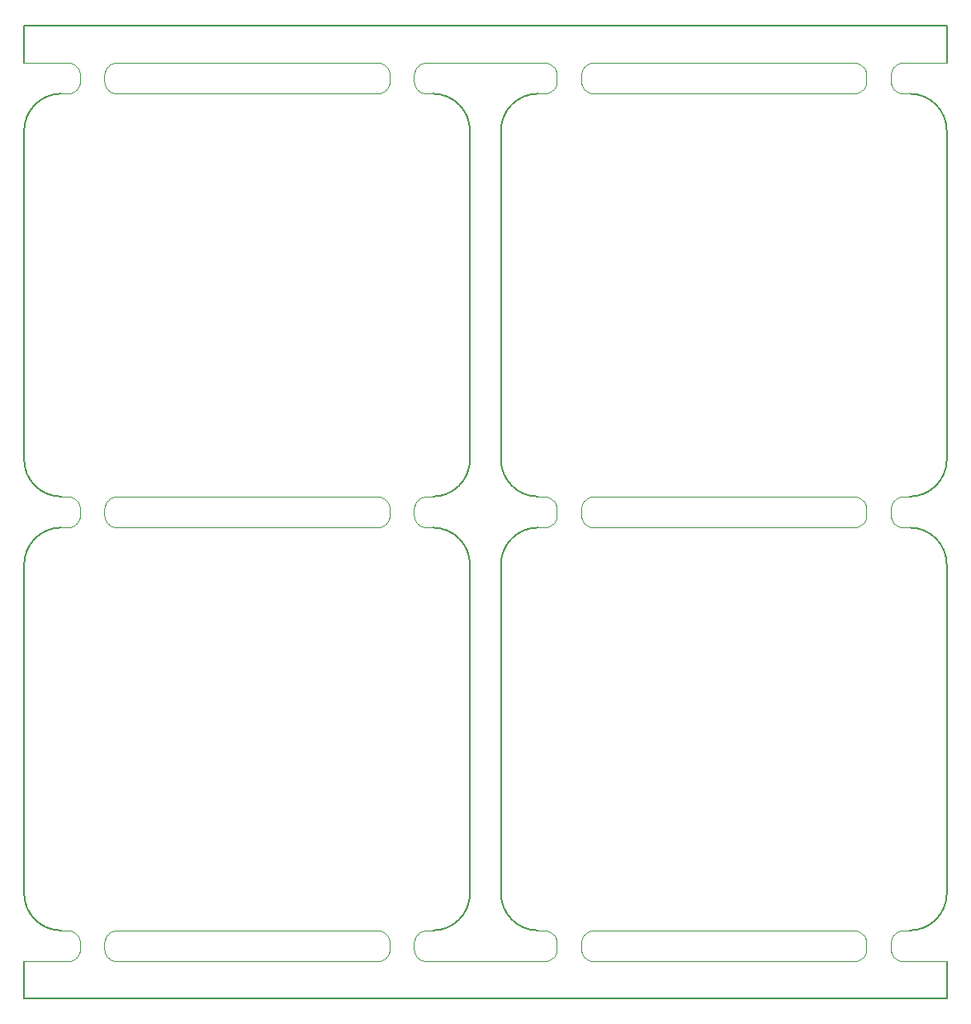
<source format=gbr>
G04 #@! TF.GenerationSoftware,KiCad,Pcbnew,5.0.2-bee76a0~70~ubuntu18.04.1*
G04 #@! TF.CreationDate,2020-04-02T20:28:14-04:00*
G04 #@! TF.ProjectId,output.panel,6f757470-7574-42e7-9061-6e656c2e6b69,rev?*
G04 #@! TF.SameCoordinates,Original*
G04 #@! TF.FileFunction,Profile,NP*
%FSLAX46Y46*%
G04 Gerber Fmt 4.6, Leading zero omitted, Abs format (unit mm)*
G04 Created by KiCad (PCBNEW 5.0.2-bee76a0~70~ubuntu18.04.1) date Thu 02 Apr 2020 08:28:14 PM EDT*
%MOMM*%
%LPD*%
G01*
G04 APERTURE LIST*
%ADD10C,0.200000*%
%ADD11C,0.100000*%
G04 APERTURE END LIST*
D10*
X15875000Y-86360000D02*
X15875000Y-120015000D01*
X15875000Y-86360000D02*
G75*
G02X19685000Y-82550000I3810000J0D01*
G01*
X19685000Y-123825000D02*
G75*
G02X15875000Y-120015000I0J3810000D01*
G01*
X61595000Y-86360000D02*
X61595000Y-120015000D01*
X110490000Y-86360000D02*
X110490000Y-120015000D01*
X64770000Y-86360000D02*
X64770000Y-120015000D01*
X68580000Y-123825000D02*
G75*
G02X64770000Y-120015000I0J3810000D01*
G01*
X110490000Y-120015000D02*
G75*
G02X106680000Y-123825000I-3810000J0D01*
G01*
X106680000Y-82550000D02*
G75*
G02X110490000Y-86360000I0J-3810000D01*
G01*
X64770000Y-86360000D02*
G75*
G02X68580000Y-82550000I3810000J0D01*
G01*
X57785000Y-82550000D02*
G75*
G02X61595000Y-86360000I0J-3810000D01*
G01*
X61595000Y-120015000D02*
G75*
G02X57785000Y-123825000I-3810000J0D01*
G01*
X110490000Y-31115000D02*
X110490000Y-34925000D01*
X64770000Y-41910000D02*
X64770000Y-75565000D01*
X64770000Y-41910000D02*
G75*
G02X68580000Y-38100000I3810000J0D01*
G01*
X68580000Y-79375000D02*
G75*
G02X64770000Y-75565000I0J3810000D01*
G01*
X110490000Y-41910000D02*
X110490000Y-75565000D01*
X106680000Y-38100000D02*
G75*
G02X110490000Y-41910000I0J-3810000D01*
G01*
X110490000Y-75565000D02*
G75*
G02X106680000Y-79375000I-3810000J0D01*
G01*
X15875000Y-130810000D02*
X15875000Y-127000000D01*
X110490000Y-130810000D02*
X15875000Y-130810000D01*
X110490000Y-127000000D02*
X110490000Y-130810000D01*
X15875000Y-31115000D02*
X110490000Y-31115000D01*
X15875000Y-34925000D02*
X15875000Y-31115000D01*
X61595000Y-41910000D02*
X61595000Y-75565000D01*
X15875000Y-41910000D02*
G75*
G02X19685000Y-38100000I3810000J0D01*
G01*
X19685000Y-79375000D02*
G75*
G02X15875000Y-75565000I0J3810000D01*
G01*
X15875000Y-41910000D02*
X15875000Y-75565000D01*
X57785000Y-38100000D02*
G75*
G02X61595000Y-41910000I0J-3810000D01*
G01*
X61595000Y-75565000D02*
G75*
G02X57785000Y-79375000I-3810000J0D01*
G01*
D11*
X106005003Y-79375000D02*
X106680000Y-79375000D01*
X106005003Y-82550000D02*
X106680000Y-82550000D01*
X101004980Y-82550000D02*
X101104684Y-82542313D01*
X101004980Y-79375000D02*
X101104684Y-79382687D01*
X101104684Y-82542313D02*
X101203502Y-82526985D01*
X101104684Y-79382687D02*
X101203502Y-79398015D01*
X101203502Y-82526985D02*
X101300849Y-82504107D01*
X101203502Y-79398015D02*
X101300849Y-79420893D01*
X101300849Y-82504107D02*
X101396149Y-82473814D01*
X101300849Y-79420893D02*
X101396149Y-79451186D01*
X101396149Y-82473814D02*
X101488839Y-82436285D01*
X101396149Y-79451186D02*
X101488839Y-79488715D01*
X101488839Y-82436285D02*
X101578370Y-82391742D01*
X101488839Y-79488715D02*
X101578370Y-79533258D01*
X101578370Y-82391742D02*
X101664212Y-82340449D01*
X101578370Y-79533258D02*
X101664212Y-79584551D01*
X101664212Y-82340449D02*
X101745857Y-82282709D01*
X101664212Y-79584551D02*
X101745857Y-79642291D01*
X101745857Y-82282709D02*
X101822822Y-82218864D01*
X101745857Y-79642291D02*
X101822822Y-79706136D01*
X101822822Y-82218864D02*
X101894652Y-82149292D01*
X101822822Y-79706136D02*
X101894652Y-79775708D01*
X101894652Y-82149292D02*
X101960922Y-82074405D01*
X101894652Y-79775708D02*
X101960922Y-79850595D01*
X101960922Y-82074405D02*
X102021240Y-81994646D01*
X101960922Y-79850595D02*
X102021240Y-79930354D01*
X102021240Y-81994646D02*
X102075249Y-81910487D01*
X102021240Y-79930354D02*
X102075249Y-80014513D01*
X102075249Y-81910487D02*
X102122629Y-81822426D01*
X102075249Y-80014513D02*
X102122629Y-80102574D01*
X102122629Y-81822426D02*
X102163100Y-81730984D01*
X102122629Y-80102574D02*
X102163100Y-80194016D01*
X102163100Y-81730984D02*
X102196422Y-81636702D01*
X102163100Y-80194016D02*
X102196422Y-80288298D01*
X102196422Y-81636702D02*
X102222398Y-81540138D01*
X102196422Y-80288298D02*
X102222398Y-80384862D01*
X102222398Y-81540138D02*
X102240875Y-81441863D01*
X102222398Y-80384862D02*
X102240875Y-80483137D01*
X102240875Y-81441863D02*
X102251743Y-81342458D01*
X102240875Y-80483137D02*
X102251743Y-80582542D01*
X102251743Y-81342458D02*
X102254938Y-81242512D01*
X102251743Y-80582542D02*
X102254938Y-80682488D01*
X102254938Y-80682488D02*
X102254938Y-81242512D01*
X106005003Y-82550000D02*
X105905299Y-82542313D01*
X106005003Y-79375000D02*
X105905299Y-79382687D01*
X105905299Y-82542313D02*
X105806481Y-82526985D01*
X105905299Y-79382687D02*
X105806481Y-79398015D01*
X105806481Y-82526985D02*
X105709134Y-82504107D01*
X105806481Y-79398015D02*
X105709134Y-79420893D01*
X105709134Y-82504107D02*
X105613834Y-82473814D01*
X105709134Y-79420893D02*
X105613834Y-79451186D01*
X105613834Y-82473814D02*
X105521144Y-82436285D01*
X105613834Y-79451186D02*
X105521144Y-79488715D01*
X105521144Y-82436285D02*
X105431613Y-82391742D01*
X105521144Y-79488715D02*
X105431613Y-79533258D01*
X105431613Y-82391742D02*
X105345771Y-82340449D01*
X105431613Y-79533258D02*
X105345771Y-79584551D01*
X105345771Y-82340449D02*
X105264126Y-82282709D01*
X105345771Y-79584551D02*
X105264126Y-79642291D01*
X105264126Y-82282709D02*
X105187161Y-82218864D01*
X105264126Y-79642291D02*
X105187161Y-79706136D01*
X105187161Y-82218864D02*
X105115331Y-82149292D01*
X105187161Y-79706136D02*
X105115331Y-79775708D01*
X105115331Y-82149292D02*
X105049061Y-82074405D01*
X105115331Y-79775708D02*
X105049061Y-79850595D01*
X105049061Y-82074405D02*
X104988743Y-81994646D01*
X105049061Y-79850595D02*
X104988743Y-79930354D01*
X104988743Y-81994646D02*
X104934734Y-81910487D01*
X104988743Y-79930354D02*
X104934734Y-80014513D01*
X104934734Y-81910487D02*
X104887354Y-81822426D01*
X104934734Y-80014513D02*
X104887354Y-80102574D01*
X104887354Y-81822426D02*
X104846883Y-81730984D01*
X104887354Y-80102574D02*
X104846883Y-80194016D01*
X104846883Y-81730984D02*
X104813561Y-81636702D01*
X104846883Y-80194016D02*
X104813561Y-80288298D01*
X104813561Y-81636702D02*
X104787585Y-81540138D01*
X104813561Y-80288298D02*
X104787585Y-80384862D01*
X104787585Y-81540138D02*
X104769108Y-81441863D01*
X104787585Y-80384862D02*
X104769108Y-80483137D01*
X104769108Y-81441863D02*
X104758240Y-81342458D01*
X104769108Y-80483137D02*
X104758240Y-80582542D01*
X104758240Y-81342458D02*
X104755045Y-81242512D01*
X104758240Y-80582542D02*
X104755045Y-80682488D01*
X104755045Y-80682488D02*
X104755045Y-81242512D01*
X69254997Y-38100000D02*
X68580000Y-38100000D01*
X74254958Y-34925000D02*
X74155254Y-34932687D01*
X74255020Y-38100000D02*
X74155316Y-38092313D01*
X74155254Y-34932687D02*
X74056436Y-34948015D01*
X74155316Y-38092313D02*
X74056498Y-38076985D01*
X74056436Y-34948015D02*
X73959089Y-34970893D01*
X74056498Y-38076985D02*
X73959151Y-38054107D01*
X73959089Y-34970893D02*
X73863789Y-35001186D01*
X73959151Y-38054107D02*
X73863851Y-38023814D01*
X73863789Y-35001186D02*
X73771099Y-35038715D01*
X73863851Y-38023814D02*
X73771161Y-37986285D01*
X73771099Y-35038715D02*
X73681568Y-35083258D01*
X73771161Y-37986285D02*
X73681630Y-37941742D01*
X73681568Y-35083258D02*
X73595726Y-35134551D01*
X73681630Y-37941742D02*
X73595788Y-37890449D01*
X73595726Y-35134551D02*
X73514081Y-35192291D01*
X73595788Y-37890449D02*
X73514143Y-37832709D01*
X73514081Y-35192291D02*
X73437116Y-35256136D01*
X73514143Y-37832709D02*
X73437178Y-37768864D01*
X73437116Y-35256136D02*
X73365286Y-35325708D01*
X73437178Y-37768864D02*
X73365348Y-37699292D01*
X73365286Y-35325708D02*
X73299016Y-35400595D01*
X73365348Y-37699292D02*
X73299078Y-37624405D01*
X73299016Y-35400595D02*
X73238698Y-35480354D01*
X73299078Y-37624405D02*
X73238760Y-37544646D01*
X73238698Y-35480354D02*
X73184689Y-35564513D01*
X73238760Y-37544646D02*
X73184751Y-37460487D01*
X73184689Y-35564513D02*
X73137309Y-35652574D01*
X73184751Y-37460487D02*
X73137371Y-37372426D01*
X73137309Y-35652574D02*
X73096838Y-35744016D01*
X73137371Y-37372426D02*
X73096900Y-37280984D01*
X73096838Y-35744016D02*
X73063516Y-35838298D01*
X73096900Y-37280984D02*
X73063578Y-37186702D01*
X73063516Y-35838298D02*
X73037540Y-35934862D01*
X73063578Y-37186702D02*
X73037602Y-37090138D01*
X73037540Y-35934862D02*
X73019063Y-36033137D01*
X73037602Y-37090138D02*
X73019125Y-36991863D01*
X73019063Y-36033137D02*
X73008195Y-36132542D01*
X73019125Y-36991863D02*
X73008257Y-36892458D01*
X73008195Y-36132542D02*
X73005000Y-36232488D01*
X73008257Y-36892458D02*
X73005062Y-36792512D01*
X73005062Y-36792512D02*
X73005000Y-36232488D01*
X69255067Y-34925000D02*
X69354771Y-34932687D01*
X69254997Y-38100000D02*
X69354701Y-38092313D01*
X69354771Y-34932687D02*
X69453589Y-34948015D01*
X69354701Y-38092313D02*
X69453519Y-38076985D01*
X69453589Y-34948015D02*
X69550936Y-34970893D01*
X69453519Y-38076985D02*
X69550866Y-38054107D01*
X69550936Y-34970893D02*
X69646236Y-35001186D01*
X69550866Y-38054107D02*
X69646166Y-38023814D01*
X69646236Y-35001186D02*
X69738926Y-35038715D01*
X69646166Y-38023814D02*
X69738856Y-37986285D01*
X69738926Y-35038715D02*
X69828457Y-35083258D01*
X69738856Y-37986285D02*
X69828387Y-37941742D01*
X69828457Y-35083258D02*
X69914299Y-35134551D01*
X69828387Y-37941742D02*
X69914229Y-37890449D01*
X69914299Y-35134551D02*
X69995944Y-35192291D01*
X69914229Y-37890449D02*
X69995874Y-37832709D01*
X69995944Y-35192291D02*
X70072909Y-35256136D01*
X69995874Y-37832709D02*
X70072839Y-37768864D01*
X70072909Y-35256136D02*
X70144739Y-35325708D01*
X70072839Y-37768864D02*
X70144669Y-37699292D01*
X70144739Y-35325708D02*
X70211009Y-35400595D01*
X70144669Y-37699292D02*
X70210939Y-37624405D01*
X70211009Y-35400595D02*
X70271327Y-35480354D01*
X70210939Y-37624405D02*
X70271257Y-37544646D01*
X70271327Y-35480354D02*
X70325336Y-35564513D01*
X70271257Y-37544646D02*
X70325266Y-37460487D01*
X70325336Y-35564513D02*
X70372716Y-35652574D01*
X70325266Y-37460487D02*
X70372646Y-37372426D01*
X70372716Y-35652574D02*
X70413187Y-35744016D01*
X70372646Y-37372426D02*
X70413117Y-37280984D01*
X70413187Y-35744016D02*
X70446509Y-35838298D01*
X70413117Y-37280984D02*
X70446439Y-37186702D01*
X70446509Y-35838298D02*
X70472485Y-35934862D01*
X70446439Y-37186702D02*
X70472415Y-37090138D01*
X70472485Y-35934862D02*
X70490962Y-36033137D01*
X70472415Y-37090138D02*
X70490892Y-36991863D01*
X70490962Y-36033137D02*
X70501830Y-36132542D01*
X70490892Y-36991863D02*
X70501760Y-36892458D01*
X70501830Y-36132542D02*
X70505025Y-36232488D01*
X70501760Y-36892458D02*
X70504955Y-36792512D01*
X70504955Y-36792512D02*
X70505025Y-36232488D01*
X101005005Y-38100000D02*
X74255020Y-38100000D01*
X106005003Y-38100000D02*
X106680000Y-38100000D01*
X101005000Y-34925000D02*
X74254958Y-34925000D01*
X106005003Y-34925000D02*
X110490000Y-34925000D01*
X106005003Y-34925000D02*
X105905299Y-34932687D01*
X106005003Y-38100000D02*
X105905299Y-38092313D01*
X105905299Y-34932687D02*
X105806481Y-34948015D01*
X105905299Y-38092313D02*
X105806481Y-38076985D01*
X105806481Y-34948015D02*
X105709134Y-34970893D01*
X105806481Y-38076985D02*
X105709134Y-38054107D01*
X105709134Y-34970893D02*
X105613834Y-35001186D01*
X105709134Y-38054107D02*
X105613834Y-38023814D01*
X105613834Y-35001186D02*
X105521144Y-35038715D01*
X105613834Y-38023814D02*
X105521144Y-37986285D01*
X105521144Y-35038715D02*
X105431613Y-35083258D01*
X105521144Y-37986285D02*
X105431613Y-37941742D01*
X105431613Y-35083258D02*
X105345771Y-35134551D01*
X105431613Y-37941742D02*
X105345771Y-37890449D01*
X105345771Y-35134551D02*
X105264126Y-35192291D01*
X105345771Y-37890449D02*
X105264126Y-37832709D01*
X105264126Y-35192291D02*
X105187161Y-35256136D01*
X105264126Y-37832709D02*
X105187161Y-37768864D01*
X105187161Y-35256136D02*
X105115331Y-35325708D01*
X105187161Y-37768864D02*
X105115331Y-37699292D01*
X105115331Y-35325708D02*
X105049061Y-35400595D01*
X105115331Y-37699292D02*
X105049061Y-37624405D01*
X105049061Y-35400595D02*
X104988743Y-35480354D01*
X105049061Y-37624405D02*
X104988743Y-37544646D01*
X104988743Y-35480354D02*
X104934734Y-35564513D01*
X104988743Y-37544646D02*
X104934734Y-37460487D01*
X104934734Y-35564513D02*
X104887354Y-35652574D01*
X104934734Y-37460487D02*
X104887354Y-37372426D01*
X104887354Y-35652574D02*
X104846883Y-35744016D01*
X104887354Y-37372426D02*
X104846883Y-37280984D01*
X104846883Y-35744016D02*
X104813561Y-35838298D01*
X104846883Y-37280984D02*
X104813561Y-37186702D01*
X104813561Y-35838298D02*
X104787585Y-35934862D01*
X104813561Y-37186702D02*
X104787585Y-37090138D01*
X104787585Y-35934862D02*
X104769108Y-36033137D01*
X104787585Y-37090138D02*
X104769108Y-36991863D01*
X104769108Y-36033137D02*
X104758240Y-36132542D01*
X104769108Y-36991863D02*
X104758240Y-36892458D01*
X104758240Y-36132542D02*
X104755045Y-36232488D01*
X104758240Y-36892458D02*
X104755045Y-36792512D01*
X104755045Y-36792512D02*
X104755045Y-36232488D01*
X101005005Y-38100000D02*
X101104709Y-38092313D01*
X101005000Y-34925000D02*
X101104704Y-34932687D01*
X101104709Y-38092313D02*
X101203527Y-38076985D01*
X101104704Y-34932687D02*
X101203522Y-34948015D01*
X101203527Y-38076985D02*
X101300874Y-38054107D01*
X101203522Y-34948015D02*
X101300869Y-34970893D01*
X101300874Y-38054107D02*
X101396174Y-38023814D01*
X101300869Y-34970893D02*
X101396169Y-35001186D01*
X101396174Y-38023814D02*
X101488864Y-37986285D01*
X101396169Y-35001186D02*
X101488859Y-35038715D01*
X101488864Y-37986285D02*
X101578395Y-37941742D01*
X101488859Y-35038715D02*
X101578390Y-35083258D01*
X101578395Y-37941742D02*
X101664237Y-37890449D01*
X101578390Y-35083258D02*
X101664232Y-35134551D01*
X101664237Y-37890449D02*
X101745882Y-37832709D01*
X101664232Y-35134551D02*
X101745877Y-35192291D01*
X101745882Y-37832709D02*
X101822847Y-37768864D01*
X101745877Y-35192291D02*
X101822842Y-35256136D01*
X101822847Y-37768864D02*
X101894677Y-37699292D01*
X101822842Y-35256136D02*
X101894672Y-35325708D01*
X101894677Y-37699292D02*
X101960947Y-37624405D01*
X101894672Y-35325708D02*
X101960942Y-35400595D01*
X101960947Y-37624405D02*
X102021265Y-37544646D01*
X101960942Y-35400595D02*
X102021260Y-35480354D01*
X102021265Y-37544646D02*
X102075274Y-37460487D01*
X102021260Y-35480354D02*
X102075269Y-35564513D01*
X102075274Y-37460487D02*
X102122654Y-37372426D01*
X102075269Y-35564513D02*
X102122649Y-35652574D01*
X102122654Y-37372426D02*
X102163125Y-37280984D01*
X102122649Y-35652574D02*
X102163120Y-35744016D01*
X102163125Y-37280984D02*
X102196447Y-37186702D01*
X102163120Y-35744016D02*
X102196442Y-35838298D01*
X102196447Y-37186702D02*
X102222423Y-37090138D01*
X102196442Y-35838298D02*
X102222418Y-35934862D01*
X102222423Y-37090138D02*
X102240900Y-36991863D01*
X102222418Y-35934862D02*
X102240895Y-36033137D01*
X102240900Y-36991863D02*
X102251768Y-36892458D01*
X102240895Y-36033137D02*
X102251763Y-36132542D01*
X102251768Y-36892458D02*
X102254963Y-36792512D01*
X102251763Y-36132542D02*
X102254958Y-36232488D01*
X102254963Y-36792512D02*
X102254958Y-36232488D01*
X74254995Y-79375000D02*
X101004980Y-79375000D01*
X69254997Y-79375000D02*
X68580000Y-79375000D01*
X74254995Y-82550000D02*
X101004980Y-82550000D01*
X69254997Y-82550000D02*
X68580000Y-82550000D01*
X69254997Y-82550000D02*
X69354701Y-82542313D01*
X69254997Y-79375000D02*
X69354701Y-79382687D01*
X69354701Y-82542313D02*
X69453519Y-82526985D01*
X69354701Y-79382687D02*
X69453519Y-79398015D01*
X69453519Y-82526985D02*
X69550866Y-82504107D01*
X69453519Y-79398015D02*
X69550866Y-79420893D01*
X69550866Y-82504107D02*
X69646166Y-82473814D01*
X69550866Y-79420893D02*
X69646166Y-79451186D01*
X69646166Y-82473814D02*
X69738856Y-82436285D01*
X69646166Y-79451186D02*
X69738856Y-79488715D01*
X69738856Y-82436285D02*
X69828387Y-82391742D01*
X69738856Y-79488715D02*
X69828387Y-79533258D01*
X69828387Y-82391742D02*
X69914229Y-82340449D01*
X69828387Y-79533258D02*
X69914229Y-79584551D01*
X69914229Y-82340449D02*
X69995874Y-82282709D01*
X69914229Y-79584551D02*
X69995874Y-79642291D01*
X69995874Y-82282709D02*
X70072839Y-82218864D01*
X69995874Y-79642291D02*
X70072839Y-79706136D01*
X70072839Y-82218864D02*
X70144669Y-82149292D01*
X70072839Y-79706136D02*
X70144669Y-79775708D01*
X70144669Y-82149292D02*
X70210939Y-82074405D01*
X70144669Y-79775708D02*
X70210939Y-79850595D01*
X70210939Y-82074405D02*
X70271257Y-81994646D01*
X70210939Y-79850595D02*
X70271257Y-79930354D01*
X70271257Y-81994646D02*
X70325266Y-81910487D01*
X70271257Y-79930354D02*
X70325266Y-80014513D01*
X70325266Y-81910487D02*
X70372646Y-81822426D01*
X70325266Y-80014513D02*
X70372646Y-80102574D01*
X70372646Y-81822426D02*
X70413117Y-81730984D01*
X70372646Y-80102574D02*
X70413117Y-80194016D01*
X70413117Y-81730984D02*
X70446439Y-81636702D01*
X70413117Y-80194016D02*
X70446439Y-80288298D01*
X70446439Y-81636702D02*
X70472415Y-81540138D01*
X70446439Y-80288298D02*
X70472415Y-80384862D01*
X70472415Y-81540138D02*
X70490892Y-81441863D01*
X70472415Y-80384862D02*
X70490892Y-80483137D01*
X70490892Y-81441863D02*
X70501760Y-81342458D01*
X70490892Y-80483137D02*
X70501760Y-80582542D01*
X70501760Y-81342458D02*
X70504955Y-81242512D01*
X70501760Y-80582542D02*
X70504955Y-80682488D01*
X70504955Y-80682488D02*
X70504955Y-81242512D01*
X74254995Y-82550000D02*
X74155291Y-82542313D01*
X74254995Y-79375000D02*
X74155291Y-79382687D01*
X74155291Y-82542313D02*
X74056473Y-82526985D01*
X74155291Y-79382687D02*
X74056473Y-79398015D01*
X74056473Y-82526985D02*
X73959126Y-82504107D01*
X74056473Y-79398015D02*
X73959126Y-79420893D01*
X73959126Y-82504107D02*
X73863826Y-82473814D01*
X73959126Y-79420893D02*
X73863826Y-79451186D01*
X73863826Y-82473814D02*
X73771136Y-82436285D01*
X73863826Y-79451186D02*
X73771136Y-79488715D01*
X73771136Y-82436285D02*
X73681605Y-82391742D01*
X73771136Y-79488715D02*
X73681605Y-79533258D01*
X73681605Y-82391742D02*
X73595763Y-82340449D01*
X73681605Y-79533258D02*
X73595763Y-79584551D01*
X73595763Y-82340449D02*
X73514118Y-82282709D01*
X73595763Y-79584551D02*
X73514118Y-79642291D01*
X73514118Y-82282709D02*
X73437153Y-82218864D01*
X73514118Y-79642291D02*
X73437153Y-79706136D01*
X73437153Y-82218864D02*
X73365323Y-82149292D01*
X73437153Y-79706136D02*
X73365323Y-79775708D01*
X73365323Y-82149292D02*
X73299053Y-82074405D01*
X73365323Y-79775708D02*
X73299053Y-79850595D01*
X73299053Y-82074405D02*
X73238735Y-81994646D01*
X73299053Y-79850595D02*
X73238735Y-79930354D01*
X73238735Y-81994646D02*
X73184726Y-81910487D01*
X73238735Y-79930354D02*
X73184726Y-80014513D01*
X73184726Y-81910487D02*
X73137346Y-81822426D01*
X73184726Y-80014513D02*
X73137346Y-80102574D01*
X73137346Y-81822426D02*
X73096875Y-81730984D01*
X73137346Y-80102574D02*
X73096875Y-80194016D01*
X73096875Y-81730984D02*
X73063553Y-81636702D01*
X73096875Y-80194016D02*
X73063553Y-80288298D01*
X73063553Y-81636702D02*
X73037577Y-81540138D01*
X73063553Y-80288298D02*
X73037577Y-80384862D01*
X73037577Y-81540138D02*
X73019100Y-81441863D01*
X73037577Y-80384862D02*
X73019100Y-80483137D01*
X73019100Y-81441863D02*
X73008232Y-81342458D01*
X73019100Y-80483137D02*
X73008232Y-80582542D01*
X73008232Y-81342458D02*
X73005037Y-81242512D01*
X73008232Y-80582542D02*
X73005037Y-80682488D01*
X73005037Y-80682488D02*
X73005037Y-81242512D01*
X20359997Y-79375000D02*
X19685000Y-79375000D01*
X20359997Y-82550000D02*
X19685000Y-82550000D01*
X20359997Y-82550000D02*
X20459701Y-82542313D01*
X20359997Y-79375000D02*
X20459701Y-79382687D01*
X20459701Y-82542313D02*
X20558519Y-82526985D01*
X20459701Y-79382687D02*
X20558519Y-79398015D01*
X20558519Y-82526985D02*
X20655866Y-82504107D01*
X20558519Y-79398015D02*
X20655866Y-79420893D01*
X20655866Y-82504107D02*
X20751166Y-82473814D01*
X20655866Y-79420893D02*
X20751166Y-79451186D01*
X20751166Y-82473814D02*
X20843856Y-82436285D01*
X20751166Y-79451186D02*
X20843856Y-79488715D01*
X20843856Y-82436285D02*
X20933387Y-82391742D01*
X20843856Y-79488715D02*
X20933387Y-79533258D01*
X20933387Y-82391742D02*
X21019229Y-82340449D01*
X20933387Y-79533258D02*
X21019229Y-79584551D01*
X21019229Y-82340449D02*
X21100874Y-82282709D01*
X21019229Y-79584551D02*
X21100874Y-79642291D01*
X21100874Y-82282709D02*
X21177839Y-82218864D01*
X21100874Y-79642291D02*
X21177839Y-79706136D01*
X21177839Y-82218864D02*
X21249669Y-82149292D01*
X21177839Y-79706136D02*
X21249669Y-79775708D01*
X21249669Y-82149292D02*
X21315939Y-82074405D01*
X21249669Y-79775708D02*
X21315939Y-79850595D01*
X21315939Y-82074405D02*
X21376257Y-81994646D01*
X21315939Y-79850595D02*
X21376257Y-79930354D01*
X21376257Y-81994646D02*
X21430266Y-81910487D01*
X21376257Y-79930354D02*
X21430266Y-80014513D01*
X21430266Y-81910487D02*
X21477646Y-81822426D01*
X21430266Y-80014513D02*
X21477646Y-80102574D01*
X21477646Y-81822426D02*
X21518117Y-81730984D01*
X21477646Y-80102574D02*
X21518117Y-80194016D01*
X21518117Y-81730984D02*
X21551439Y-81636702D01*
X21518117Y-80194016D02*
X21551439Y-80288298D01*
X21551439Y-81636702D02*
X21577415Y-81540138D01*
X21551439Y-80288298D02*
X21577415Y-80384862D01*
X21577415Y-81540138D02*
X21595892Y-81441863D01*
X21577415Y-80384862D02*
X21595892Y-80483137D01*
X21595892Y-81441863D02*
X21606760Y-81342458D01*
X21595892Y-80483137D02*
X21606760Y-80582542D01*
X21606760Y-81342458D02*
X21609955Y-81242512D01*
X21606760Y-80582542D02*
X21609955Y-80682488D01*
X21609955Y-80682488D02*
X21609955Y-81242512D01*
X25360020Y-82550000D02*
X25260316Y-82542313D01*
X25360020Y-79375000D02*
X25260316Y-79382687D01*
X25260316Y-82542313D02*
X25161498Y-82526985D01*
X25260316Y-79382687D02*
X25161498Y-79398015D01*
X25161498Y-82526985D02*
X25064151Y-82504107D01*
X25161498Y-79398015D02*
X25064151Y-79420893D01*
X25064151Y-82504107D02*
X24968851Y-82473814D01*
X25064151Y-79420893D02*
X24968851Y-79451186D01*
X24968851Y-82473814D02*
X24876161Y-82436285D01*
X24968851Y-79451186D02*
X24876161Y-79488715D01*
X24876161Y-82436285D02*
X24786630Y-82391742D01*
X24876161Y-79488715D02*
X24786630Y-79533258D01*
X24786630Y-82391742D02*
X24700788Y-82340449D01*
X24786630Y-79533258D02*
X24700788Y-79584551D01*
X24700788Y-82340449D02*
X24619143Y-82282709D01*
X24700788Y-79584551D02*
X24619143Y-79642291D01*
X24619143Y-82282709D02*
X24542178Y-82218864D01*
X24619143Y-79642291D02*
X24542178Y-79706136D01*
X24542178Y-82218864D02*
X24470348Y-82149292D01*
X24542178Y-79706136D02*
X24470348Y-79775708D01*
X24470348Y-82149292D02*
X24404078Y-82074405D01*
X24470348Y-79775708D02*
X24404078Y-79850595D01*
X24404078Y-82074405D02*
X24343760Y-81994646D01*
X24404078Y-79850595D02*
X24343760Y-79930354D01*
X24343760Y-81994646D02*
X24289751Y-81910487D01*
X24343760Y-79930354D02*
X24289751Y-80014513D01*
X24289751Y-81910487D02*
X24242371Y-81822426D01*
X24289751Y-80014513D02*
X24242371Y-80102574D01*
X24242371Y-81822426D02*
X24201900Y-81730984D01*
X24242371Y-80102574D02*
X24201900Y-80194016D01*
X24201900Y-81730984D02*
X24168578Y-81636702D01*
X24201900Y-80194016D02*
X24168578Y-80288298D01*
X24168578Y-81636702D02*
X24142602Y-81540138D01*
X24168578Y-80288298D02*
X24142602Y-80384862D01*
X24142602Y-81540138D02*
X24124125Y-81441863D01*
X24142602Y-80384862D02*
X24124125Y-80483137D01*
X24124125Y-81441863D02*
X24113257Y-81342458D01*
X24124125Y-80483137D02*
X24113257Y-80582542D01*
X24113257Y-81342458D02*
X24110062Y-81242512D01*
X24113257Y-80582542D02*
X24110062Y-80682488D01*
X24110062Y-80682488D02*
X24110062Y-81242512D01*
X52110005Y-79375000D02*
X25360020Y-79375000D01*
X57110003Y-79375000D02*
X57785000Y-79375000D01*
X52110005Y-82550000D02*
X25360020Y-82550000D01*
X57110003Y-82550000D02*
X57785000Y-82550000D01*
X52110005Y-82550000D02*
X52209709Y-82542313D01*
X52110005Y-79375000D02*
X52209709Y-79382687D01*
X52209709Y-82542313D02*
X52308527Y-82526985D01*
X52209709Y-79382687D02*
X52308527Y-79398015D01*
X52308527Y-82526985D02*
X52405874Y-82504107D01*
X52308527Y-79398015D02*
X52405874Y-79420893D01*
X52405874Y-82504107D02*
X52501174Y-82473814D01*
X52405874Y-79420893D02*
X52501174Y-79451186D01*
X52501174Y-82473814D02*
X52593864Y-82436285D01*
X52501174Y-79451186D02*
X52593864Y-79488715D01*
X52593864Y-82436285D02*
X52683395Y-82391742D01*
X52593864Y-79488715D02*
X52683395Y-79533258D01*
X52683395Y-82391742D02*
X52769237Y-82340449D01*
X52683395Y-79533258D02*
X52769237Y-79584551D01*
X52769237Y-82340449D02*
X52850882Y-82282709D01*
X52769237Y-79584551D02*
X52850882Y-79642291D01*
X52850882Y-82282709D02*
X52927847Y-82218864D01*
X52850882Y-79642291D02*
X52927847Y-79706136D01*
X52927847Y-82218864D02*
X52999677Y-82149292D01*
X52927847Y-79706136D02*
X52999677Y-79775708D01*
X52999677Y-82149292D02*
X53065947Y-82074405D01*
X52999677Y-79775708D02*
X53065947Y-79850595D01*
X53065947Y-82074405D02*
X53126265Y-81994646D01*
X53065947Y-79850595D02*
X53126265Y-79930354D01*
X53126265Y-81994646D02*
X53180274Y-81910487D01*
X53126265Y-79930354D02*
X53180274Y-80014513D01*
X53180274Y-81910487D02*
X53227654Y-81822426D01*
X53180274Y-80014513D02*
X53227654Y-80102574D01*
X53227654Y-81822426D02*
X53268125Y-81730984D01*
X53227654Y-80102574D02*
X53268125Y-80194016D01*
X53268125Y-81730984D02*
X53301447Y-81636702D01*
X53268125Y-80194016D02*
X53301447Y-80288298D01*
X53301447Y-81636702D02*
X53327423Y-81540138D01*
X53301447Y-80288298D02*
X53327423Y-80384862D01*
X53327423Y-81540138D02*
X53345900Y-81441863D01*
X53327423Y-80384862D02*
X53345900Y-80483137D01*
X53345900Y-81441863D02*
X53356768Y-81342458D01*
X53345900Y-80483137D02*
X53356768Y-80582542D01*
X53356768Y-81342458D02*
X53359963Y-81242512D01*
X53356768Y-80582542D02*
X53359963Y-80682488D01*
X53359963Y-80682488D02*
X53359963Y-81242512D01*
X57110003Y-82550000D02*
X57010299Y-82542313D01*
X57110003Y-79375000D02*
X57010299Y-79382687D01*
X57010299Y-82542313D02*
X56911481Y-82526985D01*
X57010299Y-79382687D02*
X56911481Y-79398015D01*
X56911481Y-82526985D02*
X56814134Y-82504107D01*
X56911481Y-79398015D02*
X56814134Y-79420893D01*
X56814134Y-82504107D02*
X56718834Y-82473814D01*
X56814134Y-79420893D02*
X56718834Y-79451186D01*
X56718834Y-82473814D02*
X56626144Y-82436285D01*
X56718834Y-79451186D02*
X56626144Y-79488715D01*
X56626144Y-82436285D02*
X56536613Y-82391742D01*
X56626144Y-79488715D02*
X56536613Y-79533258D01*
X56536613Y-82391742D02*
X56450771Y-82340449D01*
X56536613Y-79533258D02*
X56450771Y-79584551D01*
X56450771Y-82340449D02*
X56369126Y-82282709D01*
X56450771Y-79584551D02*
X56369126Y-79642291D01*
X56369126Y-82282709D02*
X56292161Y-82218864D01*
X56369126Y-79642291D02*
X56292161Y-79706136D01*
X56292161Y-82218864D02*
X56220331Y-82149292D01*
X56292161Y-79706136D02*
X56220331Y-79775708D01*
X56220331Y-82149292D02*
X56154061Y-82074405D01*
X56220331Y-79775708D02*
X56154061Y-79850595D01*
X56154061Y-82074405D02*
X56093743Y-81994646D01*
X56154061Y-79850595D02*
X56093743Y-79930354D01*
X56093743Y-81994646D02*
X56039734Y-81910487D01*
X56093743Y-79930354D02*
X56039734Y-80014513D01*
X56039734Y-81910487D02*
X55992354Y-81822426D01*
X56039734Y-80014513D02*
X55992354Y-80102574D01*
X55992354Y-81822426D02*
X55951883Y-81730984D01*
X55992354Y-80102574D02*
X55951883Y-80194016D01*
X55951883Y-81730984D02*
X55918561Y-81636702D01*
X55951883Y-80194016D02*
X55918561Y-80288298D01*
X55918561Y-81636702D02*
X55892585Y-81540138D01*
X55918561Y-80288298D02*
X55892585Y-80384862D01*
X55892585Y-81540138D02*
X55874108Y-81441863D01*
X55892585Y-80384862D02*
X55874108Y-80483137D01*
X55874108Y-81441863D02*
X55863240Y-81342458D01*
X55874108Y-80483137D02*
X55863240Y-80582542D01*
X55863240Y-81342458D02*
X55860045Y-81242512D01*
X55863240Y-80582542D02*
X55860045Y-80682488D01*
X55860045Y-80682488D02*
X55860045Y-81242512D01*
X69254997Y-123825000D02*
X68580000Y-123825000D01*
X69255067Y-127000000D02*
X69354771Y-126992313D01*
X69254997Y-123825000D02*
X69354701Y-123832687D01*
X69354771Y-126992313D02*
X69453589Y-126976985D01*
X69354701Y-123832687D02*
X69453519Y-123848015D01*
X69453589Y-126976985D02*
X69550936Y-126954107D01*
X69453519Y-123848015D02*
X69550866Y-123870893D01*
X69550936Y-126954107D02*
X69646236Y-126923814D01*
X69550866Y-123870893D02*
X69646166Y-123901186D01*
X69646236Y-126923814D02*
X69738926Y-126886285D01*
X69646166Y-123901186D02*
X69738856Y-123938715D01*
X69738926Y-126886285D02*
X69828457Y-126841742D01*
X69738856Y-123938715D02*
X69828387Y-123983258D01*
X69828457Y-126841742D02*
X69914299Y-126790449D01*
X69828387Y-123983258D02*
X69914229Y-124034551D01*
X69914299Y-126790449D02*
X69995944Y-126732709D01*
X69914229Y-124034551D02*
X69995874Y-124092291D01*
X69995944Y-126732709D02*
X70072909Y-126668864D01*
X69995874Y-124092291D02*
X70072839Y-124156136D01*
X70072909Y-126668864D02*
X70144739Y-126599292D01*
X70072839Y-124156136D02*
X70144669Y-124225708D01*
X70144739Y-126599292D02*
X70211009Y-126524405D01*
X70144669Y-124225708D02*
X70210939Y-124300595D01*
X70211009Y-126524405D02*
X70271327Y-126444646D01*
X70210939Y-124300595D02*
X70271257Y-124380354D01*
X70271327Y-126444646D02*
X70325336Y-126360487D01*
X70271257Y-124380354D02*
X70325266Y-124464513D01*
X70325336Y-126360487D02*
X70372716Y-126272426D01*
X70325266Y-124464513D02*
X70372646Y-124552574D01*
X70372716Y-126272426D02*
X70413187Y-126180984D01*
X70372646Y-124552574D02*
X70413117Y-124644016D01*
X70413187Y-126180984D02*
X70446509Y-126086702D01*
X70413117Y-124644016D02*
X70446439Y-124738298D01*
X70446509Y-126086702D02*
X70472485Y-125990138D01*
X70446439Y-124738298D02*
X70472415Y-124834862D01*
X70472485Y-125990138D02*
X70490962Y-125891863D01*
X70472415Y-124834862D02*
X70490892Y-124933137D01*
X70490962Y-125891863D02*
X70501830Y-125792458D01*
X70490892Y-124933137D02*
X70501760Y-125032542D01*
X70501830Y-125792458D02*
X70505025Y-125692512D01*
X70501760Y-125032542D02*
X70504955Y-125132488D01*
X70504955Y-125132488D02*
X70505025Y-125692512D01*
X74254958Y-127000000D02*
X74155254Y-126992313D01*
X74255020Y-123825000D02*
X74155316Y-123832687D01*
X74155254Y-126992313D02*
X74056436Y-126976985D01*
X74155316Y-123832687D02*
X74056498Y-123848015D01*
X74056436Y-126976985D02*
X73959089Y-126954107D01*
X74056498Y-123848015D02*
X73959151Y-123870893D01*
X73959089Y-126954107D02*
X73863789Y-126923814D01*
X73959151Y-123870893D02*
X73863851Y-123901186D01*
X73863789Y-126923814D02*
X73771099Y-126886285D01*
X73863851Y-123901186D02*
X73771161Y-123938715D01*
X73771099Y-126886285D02*
X73681568Y-126841742D01*
X73771161Y-123938715D02*
X73681630Y-123983258D01*
X73681568Y-126841742D02*
X73595726Y-126790449D01*
X73681630Y-123983258D02*
X73595788Y-124034551D01*
X73595726Y-126790449D02*
X73514081Y-126732709D01*
X73595788Y-124034551D02*
X73514143Y-124092291D01*
X73514081Y-126732709D02*
X73437116Y-126668864D01*
X73514143Y-124092291D02*
X73437178Y-124156136D01*
X73437116Y-126668864D02*
X73365286Y-126599292D01*
X73437178Y-124156136D02*
X73365348Y-124225708D01*
X73365286Y-126599292D02*
X73299016Y-126524405D01*
X73365348Y-124225708D02*
X73299078Y-124300595D01*
X73299016Y-126524405D02*
X73238698Y-126444646D01*
X73299078Y-124300595D02*
X73238760Y-124380354D01*
X73238698Y-126444646D02*
X73184689Y-126360487D01*
X73238760Y-124380354D02*
X73184751Y-124464513D01*
X73184689Y-126360487D02*
X73137309Y-126272426D01*
X73184751Y-124464513D02*
X73137371Y-124552574D01*
X73137309Y-126272426D02*
X73096838Y-126180984D01*
X73137371Y-124552574D02*
X73096900Y-124644016D01*
X73096838Y-126180984D02*
X73063516Y-126086702D01*
X73096900Y-124644016D02*
X73063578Y-124738298D01*
X73063516Y-126086702D02*
X73037540Y-125990138D01*
X73063578Y-124738298D02*
X73037602Y-124834862D01*
X73037540Y-125990138D02*
X73019063Y-125891863D01*
X73037602Y-124834862D02*
X73019125Y-124933137D01*
X73019063Y-125891863D02*
X73008195Y-125792458D01*
X73019125Y-124933137D02*
X73008257Y-125032542D01*
X73008195Y-125792458D02*
X73005000Y-125692512D01*
X73008257Y-125032542D02*
X73005062Y-125132488D01*
X73005062Y-125132488D02*
X73005000Y-125692512D01*
X57110003Y-123825000D02*
X57785000Y-123825000D01*
X57109985Y-127000000D02*
X69255067Y-127000000D01*
X52110042Y-127000000D02*
X52209746Y-126992313D01*
X52109980Y-123825000D02*
X52209684Y-123832687D01*
X52209746Y-126992313D02*
X52308564Y-126976985D01*
X52209684Y-123832687D02*
X52308502Y-123848015D01*
X52308564Y-126976985D02*
X52405911Y-126954107D01*
X52308502Y-123848015D02*
X52405849Y-123870893D01*
X52405911Y-126954107D02*
X52501211Y-126923814D01*
X52405849Y-123870893D02*
X52501149Y-123901186D01*
X52501211Y-126923814D02*
X52593901Y-126886285D01*
X52501149Y-123901186D02*
X52593839Y-123938715D01*
X52593901Y-126886285D02*
X52683432Y-126841742D01*
X52593839Y-123938715D02*
X52683370Y-123983258D01*
X52683432Y-126841742D02*
X52769274Y-126790449D01*
X52683370Y-123983258D02*
X52769212Y-124034551D01*
X52769274Y-126790449D02*
X52850919Y-126732709D01*
X52769212Y-124034551D02*
X52850857Y-124092291D01*
X52850919Y-126732709D02*
X52927884Y-126668864D01*
X52850857Y-124092291D02*
X52927822Y-124156136D01*
X52927884Y-126668864D02*
X52999714Y-126599292D01*
X52927822Y-124156136D02*
X52999652Y-124225708D01*
X52999714Y-126599292D02*
X53065984Y-126524405D01*
X52999652Y-124225708D02*
X53065922Y-124300595D01*
X53065984Y-126524405D02*
X53126302Y-126444646D01*
X53065922Y-124300595D02*
X53126240Y-124380354D01*
X53126302Y-126444646D02*
X53180311Y-126360487D01*
X53126240Y-124380354D02*
X53180249Y-124464513D01*
X53180311Y-126360487D02*
X53227691Y-126272426D01*
X53180249Y-124464513D02*
X53227629Y-124552574D01*
X53227691Y-126272426D02*
X53268162Y-126180984D01*
X53227629Y-124552574D02*
X53268100Y-124644016D01*
X53268162Y-126180984D02*
X53301484Y-126086702D01*
X53268100Y-124644016D02*
X53301422Y-124738298D01*
X53301484Y-126086702D02*
X53327460Y-125990138D01*
X53301422Y-124738298D02*
X53327398Y-124834862D01*
X53327460Y-125990138D02*
X53345937Y-125891863D01*
X53327398Y-124834862D02*
X53345875Y-124933137D01*
X53345937Y-125891863D02*
X53356805Y-125792458D01*
X53345875Y-124933137D02*
X53356743Y-125032542D01*
X53356805Y-125792458D02*
X53360000Y-125692512D01*
X53356743Y-125032542D02*
X53359938Y-125132488D01*
X53359938Y-125132488D02*
X53360000Y-125692512D01*
X57109985Y-127000000D02*
X57010281Y-126992313D01*
X57110003Y-123825000D02*
X57010299Y-123832687D01*
X57010281Y-126992313D02*
X56911463Y-126976985D01*
X57010299Y-123832687D02*
X56911481Y-123848015D01*
X56911463Y-126976985D02*
X56814116Y-126954107D01*
X56911481Y-123848015D02*
X56814134Y-123870893D01*
X56814116Y-126954107D02*
X56718816Y-126923814D01*
X56814134Y-123870893D02*
X56718834Y-123901186D01*
X56718816Y-126923814D02*
X56626126Y-126886285D01*
X56718834Y-123901186D02*
X56626144Y-123938715D01*
X56626126Y-126886285D02*
X56536595Y-126841742D01*
X56626144Y-123938715D02*
X56536613Y-123983258D01*
X56536595Y-126841742D02*
X56450753Y-126790449D01*
X56536613Y-123983258D02*
X56450771Y-124034551D01*
X56450753Y-126790449D02*
X56369108Y-126732709D01*
X56450771Y-124034551D02*
X56369126Y-124092291D01*
X56369108Y-126732709D02*
X56292143Y-126668864D01*
X56369126Y-124092291D02*
X56292161Y-124156136D01*
X56292143Y-126668864D02*
X56220313Y-126599292D01*
X56292161Y-124156136D02*
X56220331Y-124225708D01*
X56220313Y-126599292D02*
X56154043Y-126524405D01*
X56220331Y-124225708D02*
X56154061Y-124300595D01*
X56154043Y-126524405D02*
X56093725Y-126444646D01*
X56154061Y-124300595D02*
X56093743Y-124380354D01*
X56093725Y-126444646D02*
X56039716Y-126360487D01*
X56093743Y-124380354D02*
X56039734Y-124464513D01*
X56039716Y-126360487D02*
X55992336Y-126272426D01*
X56039734Y-124464513D02*
X55992354Y-124552574D01*
X55992336Y-126272426D02*
X55951865Y-126180984D01*
X55992354Y-124552574D02*
X55951883Y-124644016D01*
X55951865Y-126180984D02*
X55918543Y-126086702D01*
X55951883Y-124644016D02*
X55918561Y-124738298D01*
X55918543Y-126086702D02*
X55892567Y-125990138D01*
X55918561Y-124738298D02*
X55892585Y-124834862D01*
X55892567Y-125990138D02*
X55874090Y-125891863D01*
X55892585Y-124834862D02*
X55874108Y-124933137D01*
X55874090Y-125891863D02*
X55863222Y-125792458D01*
X55874108Y-124933137D02*
X55863240Y-125032542D01*
X55863222Y-125792458D02*
X55860027Y-125692512D01*
X55863240Y-125032542D02*
X55860045Y-125132488D01*
X55860045Y-125132488D02*
X55860027Y-125692512D01*
X57110003Y-38100000D02*
X57785000Y-38100000D01*
X57109985Y-34925000D02*
X69255067Y-34925000D01*
X57109985Y-34925000D02*
X57010281Y-34932687D01*
X57110003Y-38100000D02*
X57010299Y-38092313D01*
X57010281Y-34932687D02*
X56911463Y-34948015D01*
X57010299Y-38092313D02*
X56911481Y-38076985D01*
X56911463Y-34948015D02*
X56814116Y-34970893D01*
X56911481Y-38076985D02*
X56814134Y-38054107D01*
X56814116Y-34970893D02*
X56718816Y-35001186D01*
X56814134Y-38054107D02*
X56718834Y-38023814D01*
X56718816Y-35001186D02*
X56626126Y-35038715D01*
X56718834Y-38023814D02*
X56626144Y-37986285D01*
X56626126Y-35038715D02*
X56536595Y-35083258D01*
X56626144Y-37986285D02*
X56536613Y-37941742D01*
X56536595Y-35083258D02*
X56450753Y-35134551D01*
X56536613Y-37941742D02*
X56450771Y-37890449D01*
X56450753Y-35134551D02*
X56369108Y-35192291D01*
X56450771Y-37890449D02*
X56369126Y-37832709D01*
X56369108Y-35192291D02*
X56292143Y-35256136D01*
X56369126Y-37832709D02*
X56292161Y-37768864D01*
X56292143Y-35256136D02*
X56220313Y-35325708D01*
X56292161Y-37768864D02*
X56220331Y-37699292D01*
X56220313Y-35325708D02*
X56154043Y-35400595D01*
X56220331Y-37699292D02*
X56154061Y-37624405D01*
X56154043Y-35400595D02*
X56093725Y-35480354D01*
X56154061Y-37624405D02*
X56093743Y-37544646D01*
X56093725Y-35480354D02*
X56039716Y-35564513D01*
X56093743Y-37544646D02*
X56039734Y-37460487D01*
X56039716Y-35564513D02*
X55992336Y-35652574D01*
X56039734Y-37460487D02*
X55992354Y-37372426D01*
X55992336Y-35652574D02*
X55951865Y-35744016D01*
X55992354Y-37372426D02*
X55951883Y-37280984D01*
X55951865Y-35744016D02*
X55918543Y-35838298D01*
X55951883Y-37280984D02*
X55918561Y-37186702D01*
X55918543Y-35838298D02*
X55892567Y-35934862D01*
X55918561Y-37186702D02*
X55892585Y-37090138D01*
X55892567Y-35934862D02*
X55874090Y-36033137D01*
X55892585Y-37090138D02*
X55874108Y-36991863D01*
X55874090Y-36033137D02*
X55863222Y-36132542D01*
X55874108Y-36991863D02*
X55863240Y-36892458D01*
X55863222Y-36132542D02*
X55860027Y-36232488D01*
X55863240Y-36892458D02*
X55860045Y-36792512D01*
X55860045Y-36792512D02*
X55860027Y-36232488D01*
X52110042Y-34925000D02*
X52209746Y-34932687D01*
X52109980Y-38100000D02*
X52209684Y-38092313D01*
X52209746Y-34932687D02*
X52308564Y-34948015D01*
X52209684Y-38092313D02*
X52308502Y-38076985D01*
X52308564Y-34948015D02*
X52405911Y-34970893D01*
X52308502Y-38076985D02*
X52405849Y-38054107D01*
X52405911Y-34970893D02*
X52501211Y-35001186D01*
X52405849Y-38054107D02*
X52501149Y-38023814D01*
X52501211Y-35001186D02*
X52593901Y-35038715D01*
X52501149Y-38023814D02*
X52593839Y-37986285D01*
X52593901Y-35038715D02*
X52683432Y-35083258D01*
X52593839Y-37986285D02*
X52683370Y-37941742D01*
X52683432Y-35083258D02*
X52769274Y-35134551D01*
X52683370Y-37941742D02*
X52769212Y-37890449D01*
X52769274Y-35134551D02*
X52850919Y-35192291D01*
X52769212Y-37890449D02*
X52850857Y-37832709D01*
X52850919Y-35192291D02*
X52927884Y-35256136D01*
X52850857Y-37832709D02*
X52927822Y-37768864D01*
X52927884Y-35256136D02*
X52999714Y-35325708D01*
X52927822Y-37768864D02*
X52999652Y-37699292D01*
X52999714Y-35325708D02*
X53065984Y-35400595D01*
X52999652Y-37699292D02*
X53065922Y-37624405D01*
X53065984Y-35400595D02*
X53126302Y-35480354D01*
X53065922Y-37624405D02*
X53126240Y-37544646D01*
X53126302Y-35480354D02*
X53180311Y-35564513D01*
X53126240Y-37544646D02*
X53180249Y-37460487D01*
X53180311Y-35564513D02*
X53227691Y-35652574D01*
X53180249Y-37460487D02*
X53227629Y-37372426D01*
X53227691Y-35652574D02*
X53268162Y-35744016D01*
X53227629Y-37372426D02*
X53268100Y-37280984D01*
X53268162Y-35744016D02*
X53301484Y-35838298D01*
X53268100Y-37280984D02*
X53301422Y-37186702D01*
X53301484Y-35838298D02*
X53327460Y-35934862D01*
X53301422Y-37186702D02*
X53327398Y-37090138D01*
X53327460Y-35934862D02*
X53345937Y-36033137D01*
X53327398Y-37090138D02*
X53345875Y-36991863D01*
X53345937Y-36033137D02*
X53356805Y-36132542D01*
X53345875Y-36991863D02*
X53356743Y-36892458D01*
X53356805Y-36132542D02*
X53360000Y-36232488D01*
X53356743Y-36892458D02*
X53359938Y-36792512D01*
X53359938Y-36792512D02*
X53360000Y-36232488D01*
X25359995Y-38100000D02*
X52109980Y-38100000D01*
X20359997Y-38100000D02*
X19685000Y-38100000D01*
X25360000Y-34925000D02*
X52110042Y-34925000D01*
X20359997Y-34925000D02*
X15875000Y-34925000D01*
X25359995Y-38100000D02*
X25260291Y-38092313D01*
X25360000Y-34925000D02*
X25260296Y-34932687D01*
X25260291Y-38092313D02*
X25161473Y-38076985D01*
X25260296Y-34932687D02*
X25161478Y-34948015D01*
X25161473Y-38076985D02*
X25064126Y-38054107D01*
X25161478Y-34948015D02*
X25064131Y-34970893D01*
X25064126Y-38054107D02*
X24968826Y-38023814D01*
X25064131Y-34970893D02*
X24968831Y-35001186D01*
X24968826Y-38023814D02*
X24876136Y-37986285D01*
X24968831Y-35001186D02*
X24876141Y-35038715D01*
X24876136Y-37986285D02*
X24786605Y-37941742D01*
X24876141Y-35038715D02*
X24786610Y-35083258D01*
X24786605Y-37941742D02*
X24700763Y-37890449D01*
X24786610Y-35083258D02*
X24700768Y-35134551D01*
X24700763Y-37890449D02*
X24619118Y-37832709D01*
X24700768Y-35134551D02*
X24619123Y-35192291D01*
X24619118Y-37832709D02*
X24542153Y-37768864D01*
X24619123Y-35192291D02*
X24542158Y-35256136D01*
X24542153Y-37768864D02*
X24470323Y-37699292D01*
X24542158Y-35256136D02*
X24470328Y-35325708D01*
X24470323Y-37699292D02*
X24404053Y-37624405D01*
X24470328Y-35325708D02*
X24404058Y-35400595D01*
X24404053Y-37624405D02*
X24343735Y-37544646D01*
X24404058Y-35400595D02*
X24343740Y-35480354D01*
X24343735Y-37544646D02*
X24289726Y-37460487D01*
X24343740Y-35480354D02*
X24289731Y-35564513D01*
X24289726Y-37460487D02*
X24242346Y-37372426D01*
X24289731Y-35564513D02*
X24242351Y-35652574D01*
X24242346Y-37372426D02*
X24201875Y-37280984D01*
X24242351Y-35652574D02*
X24201880Y-35744016D01*
X24201875Y-37280984D02*
X24168553Y-37186702D01*
X24201880Y-35744016D02*
X24168558Y-35838298D01*
X24168553Y-37186702D02*
X24142577Y-37090138D01*
X24168558Y-35838298D02*
X24142582Y-35934862D01*
X24142577Y-37090138D02*
X24124100Y-36991863D01*
X24142582Y-35934862D02*
X24124105Y-36033137D01*
X24124100Y-36991863D02*
X24113232Y-36892458D01*
X24124105Y-36033137D02*
X24113237Y-36132542D01*
X24113232Y-36892458D02*
X24110037Y-36792512D01*
X24113237Y-36132542D02*
X24110042Y-36232488D01*
X24110037Y-36792512D02*
X24110042Y-36232488D01*
X20359997Y-34925000D02*
X20459701Y-34932687D01*
X20359997Y-38100000D02*
X20459701Y-38092313D01*
X20459701Y-34932687D02*
X20558519Y-34948015D01*
X20459701Y-38092313D02*
X20558519Y-38076985D01*
X20558519Y-34948015D02*
X20655866Y-34970893D01*
X20558519Y-38076985D02*
X20655866Y-38054107D01*
X20655866Y-34970893D02*
X20751166Y-35001186D01*
X20655866Y-38054107D02*
X20751166Y-38023814D01*
X20751166Y-35001186D02*
X20843856Y-35038715D01*
X20751166Y-38023814D02*
X20843856Y-37986285D01*
X20843856Y-35038715D02*
X20933387Y-35083258D01*
X20843856Y-37986285D02*
X20933387Y-37941742D01*
X20933387Y-35083258D02*
X21019229Y-35134551D01*
X20933387Y-37941742D02*
X21019229Y-37890449D01*
X21019229Y-35134551D02*
X21100874Y-35192291D01*
X21019229Y-37890449D02*
X21100874Y-37832709D01*
X21100874Y-35192291D02*
X21177839Y-35256136D01*
X21100874Y-37832709D02*
X21177839Y-37768864D01*
X21177839Y-35256136D02*
X21249669Y-35325708D01*
X21177839Y-37768864D02*
X21249669Y-37699292D01*
X21249669Y-35325708D02*
X21315939Y-35400595D01*
X21249669Y-37699292D02*
X21315939Y-37624405D01*
X21315939Y-35400595D02*
X21376257Y-35480354D01*
X21315939Y-37624405D02*
X21376257Y-37544646D01*
X21376257Y-35480354D02*
X21430266Y-35564513D01*
X21376257Y-37544646D02*
X21430266Y-37460487D01*
X21430266Y-35564513D02*
X21477646Y-35652574D01*
X21430266Y-37460487D02*
X21477646Y-37372426D01*
X21477646Y-35652574D02*
X21518117Y-35744016D01*
X21477646Y-37372426D02*
X21518117Y-37280984D01*
X21518117Y-35744016D02*
X21551439Y-35838298D01*
X21518117Y-37280984D02*
X21551439Y-37186702D01*
X21551439Y-35838298D02*
X21577415Y-35934862D01*
X21551439Y-37186702D02*
X21577415Y-37090138D01*
X21577415Y-35934862D02*
X21595892Y-36033137D01*
X21577415Y-37090138D02*
X21595892Y-36991863D01*
X21595892Y-36033137D02*
X21606760Y-36132542D01*
X21595892Y-36991863D02*
X21606760Y-36892458D01*
X21606760Y-36132542D02*
X21609955Y-36232488D01*
X21606760Y-36892458D02*
X21609955Y-36792512D01*
X21609955Y-36792512D02*
X21609955Y-36232488D01*
X101005005Y-123825000D02*
X74255020Y-123825000D01*
X106005003Y-123825000D02*
X106680000Y-123825000D01*
X101005000Y-127000000D02*
X74254958Y-127000000D01*
X106005003Y-127000000D02*
X110490000Y-127000000D01*
X101005005Y-123825000D02*
X101104709Y-123832687D01*
X101005000Y-127000000D02*
X101104704Y-126992313D01*
X101104709Y-123832687D02*
X101203527Y-123848015D01*
X101104704Y-126992313D02*
X101203522Y-126976985D01*
X101203527Y-123848015D02*
X101300874Y-123870893D01*
X101203522Y-126976985D02*
X101300869Y-126954107D01*
X101300874Y-123870893D02*
X101396174Y-123901186D01*
X101300869Y-126954107D02*
X101396169Y-126923814D01*
X101396174Y-123901186D02*
X101488864Y-123938715D01*
X101396169Y-126923814D02*
X101488859Y-126886285D01*
X101488864Y-123938715D02*
X101578395Y-123983258D01*
X101488859Y-126886285D02*
X101578390Y-126841742D01*
X101578395Y-123983258D02*
X101664237Y-124034551D01*
X101578390Y-126841742D02*
X101664232Y-126790449D01*
X101664237Y-124034551D02*
X101745882Y-124092291D01*
X101664232Y-126790449D02*
X101745877Y-126732709D01*
X101745882Y-124092291D02*
X101822847Y-124156136D01*
X101745877Y-126732709D02*
X101822842Y-126668864D01*
X101822847Y-124156136D02*
X101894677Y-124225708D01*
X101822842Y-126668864D02*
X101894672Y-126599292D01*
X101894677Y-124225708D02*
X101960947Y-124300595D01*
X101894672Y-126599292D02*
X101960942Y-126524405D01*
X101960947Y-124300595D02*
X102021265Y-124380354D01*
X101960942Y-126524405D02*
X102021260Y-126444646D01*
X102021265Y-124380354D02*
X102075274Y-124464513D01*
X102021260Y-126444646D02*
X102075269Y-126360487D01*
X102075274Y-124464513D02*
X102122654Y-124552574D01*
X102075269Y-126360487D02*
X102122649Y-126272426D01*
X102122654Y-124552574D02*
X102163125Y-124644016D01*
X102122649Y-126272426D02*
X102163120Y-126180984D01*
X102163125Y-124644016D02*
X102196447Y-124738298D01*
X102163120Y-126180984D02*
X102196442Y-126086702D01*
X102196447Y-124738298D02*
X102222423Y-124834862D01*
X102196442Y-126086702D02*
X102222418Y-125990138D01*
X102222423Y-124834862D02*
X102240900Y-124933137D01*
X102222418Y-125990138D02*
X102240895Y-125891863D01*
X102240900Y-124933137D02*
X102251768Y-125032542D01*
X102240895Y-125891863D02*
X102251763Y-125792458D01*
X102251768Y-125032542D02*
X102254963Y-125132488D01*
X102251763Y-125792458D02*
X102254958Y-125692512D01*
X102254963Y-125132488D02*
X102254958Y-125692512D01*
X106005003Y-127000000D02*
X105905299Y-126992313D01*
X106005003Y-123825000D02*
X105905299Y-123832687D01*
X105905299Y-126992313D02*
X105806481Y-126976985D01*
X105905299Y-123832687D02*
X105806481Y-123848015D01*
X105806481Y-126976985D02*
X105709134Y-126954107D01*
X105806481Y-123848015D02*
X105709134Y-123870893D01*
X105709134Y-126954107D02*
X105613834Y-126923814D01*
X105709134Y-123870893D02*
X105613834Y-123901186D01*
X105613834Y-126923814D02*
X105521144Y-126886285D01*
X105613834Y-123901186D02*
X105521144Y-123938715D01*
X105521144Y-126886285D02*
X105431613Y-126841742D01*
X105521144Y-123938715D02*
X105431613Y-123983258D01*
X105431613Y-126841742D02*
X105345771Y-126790449D01*
X105431613Y-123983258D02*
X105345771Y-124034551D01*
X105345771Y-126790449D02*
X105264126Y-126732709D01*
X105345771Y-124034551D02*
X105264126Y-124092291D01*
X105264126Y-126732709D02*
X105187161Y-126668864D01*
X105264126Y-124092291D02*
X105187161Y-124156136D01*
X105187161Y-126668864D02*
X105115331Y-126599292D01*
X105187161Y-124156136D02*
X105115331Y-124225708D01*
X105115331Y-126599292D02*
X105049061Y-126524405D01*
X105115331Y-124225708D02*
X105049061Y-124300595D01*
X105049061Y-126524405D02*
X104988743Y-126444646D01*
X105049061Y-124300595D02*
X104988743Y-124380354D01*
X104988743Y-126444646D02*
X104934734Y-126360487D01*
X104988743Y-124380354D02*
X104934734Y-124464513D01*
X104934734Y-126360487D02*
X104887354Y-126272426D01*
X104934734Y-124464513D02*
X104887354Y-124552574D01*
X104887354Y-126272426D02*
X104846883Y-126180984D01*
X104887354Y-124552574D02*
X104846883Y-124644016D01*
X104846883Y-126180984D02*
X104813561Y-126086702D01*
X104846883Y-124644016D02*
X104813561Y-124738298D01*
X104813561Y-126086702D02*
X104787585Y-125990138D01*
X104813561Y-124738298D02*
X104787585Y-124834862D01*
X104787585Y-125990138D02*
X104769108Y-125891863D01*
X104787585Y-124834862D02*
X104769108Y-124933137D01*
X104769108Y-125891863D02*
X104758240Y-125792458D01*
X104769108Y-124933137D02*
X104758240Y-125032542D01*
X104758240Y-125792458D02*
X104755045Y-125692512D01*
X104758240Y-125032542D02*
X104755045Y-125132488D01*
X104755045Y-125132488D02*
X104755045Y-125692512D01*
X25359995Y-123825000D02*
X52109980Y-123825000D01*
X20359997Y-123825000D02*
X19685000Y-123825000D01*
X25360000Y-127000000D02*
X52110042Y-127000000D01*
X20359997Y-127000000D02*
X15875000Y-127000000D01*
X20359997Y-127000000D02*
X20459701Y-126992313D01*
X20359997Y-123825000D02*
X20459701Y-123832687D01*
X20459701Y-126992313D02*
X20558519Y-126976985D01*
X20459701Y-123832687D02*
X20558519Y-123848015D01*
X20558519Y-126976985D02*
X20655866Y-126954107D01*
X20558519Y-123848015D02*
X20655866Y-123870893D01*
X20655866Y-126954107D02*
X20751166Y-126923814D01*
X20655866Y-123870893D02*
X20751166Y-123901186D01*
X20751166Y-126923814D02*
X20843856Y-126886285D01*
X20751166Y-123901186D02*
X20843856Y-123938715D01*
X20843856Y-126886285D02*
X20933387Y-126841742D01*
X20843856Y-123938715D02*
X20933387Y-123983258D01*
X20933387Y-126841742D02*
X21019229Y-126790449D01*
X20933387Y-123983258D02*
X21019229Y-124034551D01*
X21019229Y-126790449D02*
X21100874Y-126732709D01*
X21019229Y-124034551D02*
X21100874Y-124092291D01*
X21100874Y-126732709D02*
X21177839Y-126668864D01*
X21100874Y-124092291D02*
X21177839Y-124156136D01*
X21177839Y-126668864D02*
X21249669Y-126599292D01*
X21177839Y-124156136D02*
X21249669Y-124225708D01*
X21249669Y-126599292D02*
X21315939Y-126524405D01*
X21249669Y-124225708D02*
X21315939Y-124300595D01*
X21315939Y-126524405D02*
X21376257Y-126444646D01*
X21315939Y-124300595D02*
X21376257Y-124380354D01*
X21376257Y-126444646D02*
X21430266Y-126360487D01*
X21376257Y-124380354D02*
X21430266Y-124464513D01*
X21430266Y-126360487D02*
X21477646Y-126272426D01*
X21430266Y-124464513D02*
X21477646Y-124552574D01*
X21477646Y-126272426D02*
X21518117Y-126180984D01*
X21477646Y-124552574D02*
X21518117Y-124644016D01*
X21518117Y-126180984D02*
X21551439Y-126086702D01*
X21518117Y-124644016D02*
X21551439Y-124738298D01*
X21551439Y-126086702D02*
X21577415Y-125990138D01*
X21551439Y-124738298D02*
X21577415Y-124834862D01*
X21577415Y-125990138D02*
X21595892Y-125891863D01*
X21577415Y-124834862D02*
X21595892Y-124933137D01*
X21595892Y-125891863D02*
X21606760Y-125792458D01*
X21595892Y-124933137D02*
X21606760Y-125032542D01*
X21606760Y-125792458D02*
X21609955Y-125692512D01*
X21606760Y-125032542D02*
X21609955Y-125132488D01*
X21609955Y-125132488D02*
X21609955Y-125692512D01*
X25359995Y-123825000D02*
X25260291Y-123832687D01*
X25360000Y-127000000D02*
X25260296Y-126992313D01*
X25260291Y-123832687D02*
X25161473Y-123848015D01*
X25260296Y-126992313D02*
X25161478Y-126976985D01*
X25161473Y-123848015D02*
X25064126Y-123870893D01*
X25161478Y-126976985D02*
X25064131Y-126954107D01*
X25064126Y-123870893D02*
X24968826Y-123901186D01*
X25064131Y-126954107D02*
X24968831Y-126923814D01*
X24968826Y-123901186D02*
X24876136Y-123938715D01*
X24968831Y-126923814D02*
X24876141Y-126886285D01*
X24876136Y-123938715D02*
X24786605Y-123983258D01*
X24876141Y-126886285D02*
X24786610Y-126841742D01*
X24786605Y-123983258D02*
X24700763Y-124034551D01*
X24786610Y-126841742D02*
X24700768Y-126790449D01*
X24700763Y-124034551D02*
X24619118Y-124092291D01*
X24700768Y-126790449D02*
X24619123Y-126732709D01*
X24619118Y-124092291D02*
X24542153Y-124156136D01*
X24619123Y-126732709D02*
X24542158Y-126668864D01*
X24542153Y-124156136D02*
X24470323Y-124225708D01*
X24542158Y-126668864D02*
X24470328Y-126599292D01*
X24470323Y-124225708D02*
X24404053Y-124300595D01*
X24470328Y-126599292D02*
X24404058Y-126524405D01*
X24404053Y-124300595D02*
X24343735Y-124380354D01*
X24404058Y-126524405D02*
X24343740Y-126444646D01*
X24343735Y-124380354D02*
X24289726Y-124464513D01*
X24343740Y-126444646D02*
X24289731Y-126360487D01*
X24289726Y-124464513D02*
X24242346Y-124552574D01*
X24289731Y-126360487D02*
X24242351Y-126272426D01*
X24242346Y-124552574D02*
X24201875Y-124644016D01*
X24242351Y-126272426D02*
X24201880Y-126180984D01*
X24201875Y-124644016D02*
X24168553Y-124738298D01*
X24201880Y-126180984D02*
X24168558Y-126086702D01*
X24168553Y-124738298D02*
X24142577Y-124834862D01*
X24168558Y-126086702D02*
X24142582Y-125990138D01*
X24142577Y-124834862D02*
X24124100Y-124933137D01*
X24142582Y-125990138D02*
X24124105Y-125891863D01*
X24124100Y-124933137D02*
X24113232Y-125032542D01*
X24124105Y-125891863D02*
X24113237Y-125792458D01*
X24113232Y-125032542D02*
X24110037Y-125132488D01*
X24113237Y-125792458D02*
X24110042Y-125692512D01*
X24110037Y-125132488D02*
X24110042Y-125692512D01*
M02*

</source>
